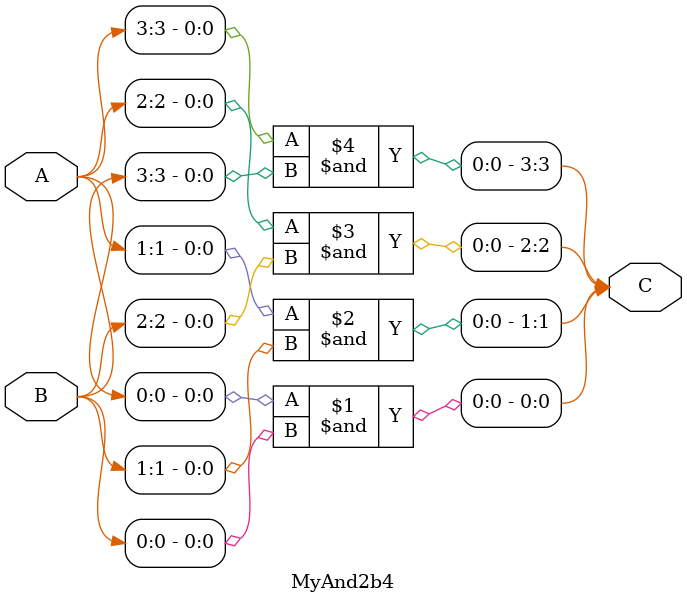
<source format=v>
module MyAnd2b4(
    input wire [3:0] A,
    input wire [3:0] B,
    output wire [3:0] C
);

    assign C[0] = A[0] & B[0];
    assign C[1] = A[1] & B[1];
    assign C[2] = A[2] & B[2];
    assign C[3] = A[3] & B[3];

endmodule

</source>
